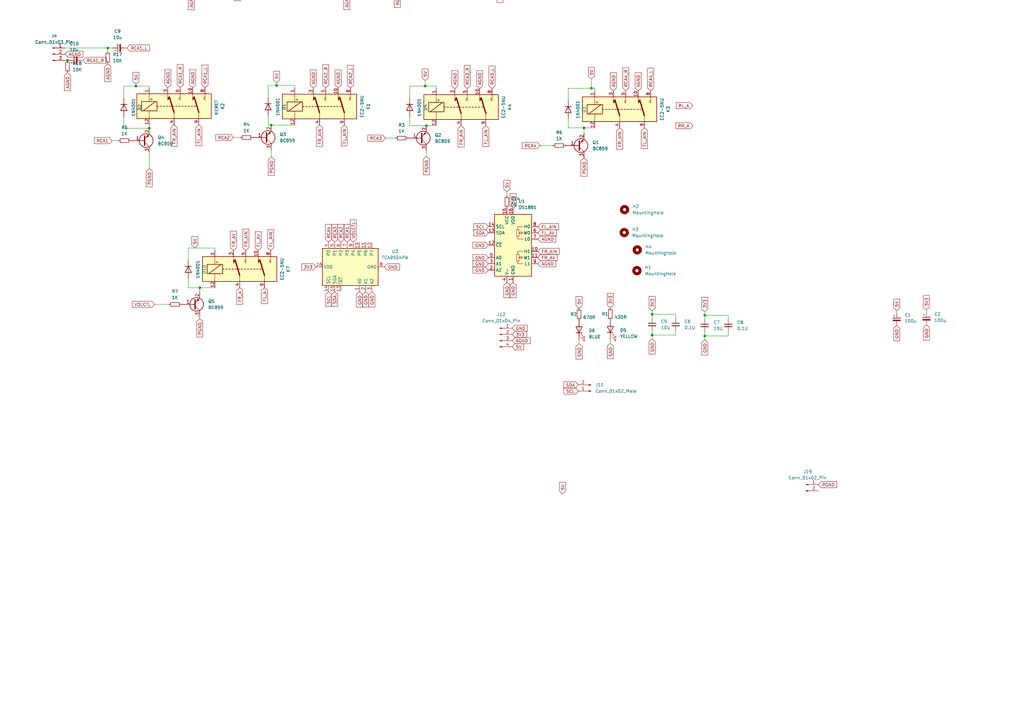
<source format=kicad_sch>
(kicad_sch (version 20230121) (generator eeschema)
  (paper "A3")
  (lib_symbols
    (symbol "Connector:Conn_01x02_Male" (pin_names (offset 1.016) hide)
      (property "Reference" "J" (at 0 2.54 0))
      (property "Value" "Conn_01x02_Male" (at 0 -5.08 0))
      (symbol "Conn_01x02_Male_1_1"
        (polyline (pts (xy 1.27 -2.54) (xy 0.8636 -2.54)) (stroke (width 0.1524)))
        (polyline (pts (xy 1.27 0) (xy 0.8636 0)) (stroke (width 0.1524)))
        (rectangle (start 0.8636 -2.413) (end 0 -2.667) (stroke (width 0.1524)) (fill (type outline)))
        (rectangle (start 0.8636 0.127) (end 0 -0.127) (stroke (width 0.1524)) (fill (type outline)))
        (pin passive line (at 5.08 0 180) (length 3.81) (name "Pin_1") (number "1"))
        (pin passive line (at 5.08 -2.54 180) (length 3.81) (name "Pin_2") (number "2"))
      )
    )
    (symbol "Connector:Conn_01x02_Pin" (pin_names (offset 1.016) hide)
      (property "Reference" "J" (at 0 2.54 0))
      (property "Value" "Conn_01x02_Pin" (at 0 -5.08 0))
      (symbol "Conn_01x02_Pin_1_1"
        (polyline (pts (xy 1.27 -2.54) (xy 0.8636 -2.54)) (stroke (width 0.1524)))
        (polyline (pts (xy 1.27 0) (xy 0.8636 0)) (stroke (width 0.1524)))
        (rectangle (start 0.8636 -2.413) (end 0 -2.667) (stroke (width 0.1524)) (fill (type outline)))
        (rectangle (start 0.8636 0.127) (end 0 -0.127) (stroke (width 0.1524)) (fill (type outline)))
        (pin passive line (at 5.08 0 180) (length 3.81) (name "Pin_1") (number "1"))
        (pin passive line (at 5.08 -2.54 180) (length 3.81) (name "Pin_2") (number "2"))
      )
    )
    (symbol "Connector:Conn_01x03_Pin" (pin_names (offset 1.016) hide)
      (property "Reference" "J" (at 0 5.08 0))
      (property "Value" "Conn_01x03_Pin" (at 0 -5.08 0))
      (symbol "Conn_01x03_Pin_1_1"
        (polyline (pts (xy 1.27 -2.54) (xy 0.8636 -2.54)) (stroke (width 0.1524)))
        (polyline (pts (xy 1.27 0) (xy 0.8636 0)) (stroke (width 0.1524)))
        (polyline (pts (xy 1.27 2.54) (xy 0.8636 2.54)) (stroke (width 0.1524)))
        (rectangle (start 0.8636 -2.413) (end 0 -2.667) (stroke (width 0.1524)) (fill (type outline)))
        (rectangle (start 0.8636 0.127) (end 0 -0.127) (stroke (width 0.1524)) (fill (type outline)))
        (rectangle (start 0.8636 2.667) (end 0 2.413) (stroke (width 0.1524)) (fill (type outline)))
        (pin passive line (at 5.08 2.54 180) (length 3.81) (name "Pin_1") (number "1"))
        (pin passive line (at 5.08 0 180) (length 3.81) (name "Pin_2") (number "2"))
        (pin passive line (at 5.08 -2.54 180) (length 3.81) (name "Pin_3") (number "3"))
      )
    )
    (symbol "Connector:Conn_01x04_Pin" (pin_names (offset 1.016) hide)
      (property "Reference" "J" (at 0 5.08 0))
      (property "Value" "Conn_01x04_Pin" (at 0 -7.62 0))
      (symbol "Conn_01x04_Pin_1_1"
        (polyline (pts (xy 1.27 -5.08) (xy 0.8636 -5.08)) (stroke (width 0.1524)))
        (polyline (pts (xy 1.27 -2.54) (xy 0.8636 -2.54)) (stroke (width 0.1524)))
        (polyline (pts (xy 1.27 0) (xy 0.8636 0)) (stroke (width 0.1524)))
        (polyline (pts (xy 1.27 2.54) (xy 0.8636 2.54)) (stroke (width 0.1524)))
        (rectangle (start 0.8636 -4.953) (end 0 -5.207) (stroke (width 0.1524)) (fill (type outline)))
        (rectangle (start 0.8636 -2.413) (end 0 -2.667) (stroke (width 0.1524)) (fill (type outline)))
        (rectangle (start 0.8636 0.127) (end 0 -0.127) (stroke (width 0.1524)) (fill (type outline)))
        (rectangle (start 0.8636 2.667) (end 0 2.413) (stroke (width 0.1524)) (fill (type outline)))
        (pin passive line (at 5.08 2.54 180) (length 3.81) (name "Pin_1") (number "1"))
        (pin passive line (at 5.08 0 180) (length 3.81) (name "Pin_2") (number "2"))
        (pin passive line (at 5.08 -2.54 180) (length 3.81) (name "Pin_3") (number "3"))
        (pin passive line (at 5.08 -5.08 180) (length 3.81) (name "Pin_4") (number "4"))
      )
    )
    (symbol "Device:C_Polarized_Small" (pin_numbers hide) (pin_names (offset 0.254) hide)
      (property "Reference" "C" (at 0.254 1.778 0))
      (property "Value" "C_Polarized_Small" (at 0.254 -2.032 0))
      (symbol "C_Polarized_Small_0_1"
        (rectangle (start -1.524 -0.3048) (end 1.524 -0.6858) (fill (type outline)))
        (rectangle (start -1.524 0.6858) (end 1.524 0.3048))
        (polyline (pts (xy -1.27 1.524) (xy -0.762 1.524)))
        (polyline (pts (xy -1.016 1.27) (xy -1.016 1.778)))
      )
      (symbol "C_Polarized_Small_1_1"
        (pin passive line (at 0 2.54 270) (length 1.8542) (name "~") (number "1"))
        (pin passive line (at 0 -2.54 90) (length 1.8542) (name "~") (number "2"))
      )
    )
    (symbol "Device:C_Small" (pin_numbers hide) (pin_names (offset 0.254) hide)
      (property "Reference" "C" (at 0.254 1.778 0))
      (property "Value" "C_Small" (at 0.254 -2.032 0))
      (symbol "C_Small_0_1"
        (polyline (pts (xy -1.524 -0.508) (xy 1.524 -0.508)) (stroke (width 0.3302)))
        (polyline (pts (xy -1.524 0.508) (xy 1.524 0.508)) (stroke (width 0.3048)))
      )
      (symbol "C_Small_1_1"
        (pin passive line (at 0 2.54 270) (length 2.032) (name "~") (number "1"))
        (pin passive line (at 0 -2.54 90) (length 2.032) (name "~") (number "2"))
      )
    )
    (symbol "Device:LED" (pin_numbers hide) (pin_names (offset 1.016) hide)
      (property "Reference" "D" (at 0 2.54 0))
      (property "Value" "LED" (at 0 -2.54 0))
      (symbol "LED_0_1"
        (polyline (pts (xy -1.27 -1.27) (xy -1.27 1.27)) (stroke (width 0.254)))
        (polyline (pts (xy -1.27 0) (xy 1.27 0)))
        (polyline (pts (xy 1.27 -1.27) (xy 1.27 1.27) (xy -1.27 0) (xy 1.27 -1.27)) (stroke (width 0.254)))
        (polyline (pts (xy -3.048 -0.762) (xy -4.572 -2.286) (xy -3.81 -2.286) (xy -4.572 -2.286) (xy -4.572 -1.524)))
        (polyline (pts (xy -1.778 -0.762) (xy -3.302 -2.286) (xy -2.54 -2.286) (xy -3.302 -2.286) (xy -3.302 -1.524)))
      )
      (symbol "LED_1_1"
        (pin passive line (at -3.81 0 0) (length 2.54) (name "K") (number "1"))
        (pin passive line (at 3.81 0 180) (length 2.54) (name "A") (number "2"))
      )
    )
    (symbol "Device:R_Small" (pin_numbers hide) (pin_names (offset 0.254) hide)
      (property "Reference" "R" (at 0.762 0.508 0))
      (property "Value" "R_Small" (at 0.762 -1.016 0))
      (symbol "R_Small_0_1"
        (rectangle (start -0.762 1.778) (end 0.762 -1.778) (stroke (width 0.2032)))
      )
      (symbol "R_Small_1_1"
        (pin passive line (at 0 2.54 270) (length 0.762) (name "~") (number "1"))
        (pin passive line (at 0 -2.54 90) (length 0.762) (name "~") (number "2"))
      )
    )
    (symbol "Diode:1N4001" (pin_numbers hide) (pin_names hide)
      (property "Reference" "D" (at 0 2.54 0))
      (property "Value" "1N4001" (at 0 -2.54 0))
      (symbol "1N4001_0_1"
        (polyline (pts (xy -1.27 1.27) (xy -1.27 -1.27)) (stroke (width 0.254)))
        (polyline (pts (xy 1.27 0) (xy -1.27 0)))
        (polyline (pts (xy 1.27 1.27) (xy 1.27 -1.27) (xy -1.27 0) (xy 1.27 1.27)) (stroke (width 0.254)))
      )
      (symbol "1N4001_1_1"
        (pin passive line (at -3.81 0 0) (length 2.54) (name "K") (number "1"))
        (pin passive line (at 3.81 0 180) (length 2.54) (name "A") (number "2"))
      )
    )
    (symbol "Interface_Expansion:TCA9554PW"
      (property "Reference" "U" (at -7.62 11.43 0))
      (property "Value" "TCA9554PW" (at 2.54 11.43 0))
      (symbol "TCA9554PW_0_1"
        (rectangle (start -7.62 -12.7) (end 7.62 10.16) (stroke (width 0.254)) (fill (type background)))
      )
      (symbol "TCA9554PW_1_1"
        (pin input line (at -10.16 -5.08 0) (length 2.54) (name "A0") (number "1"))
        (pin bidirectional line (at 10.16 -5.08 180) (length 2.54) (name "P5") (number "10"))
        (pin bidirectional line (at 10.16 -7.62 180) (length 2.54) (name "P6") (number "11"))
        (pin bidirectional line (at 10.16 -10.16 180) (length 2.54) (name "P7") (number "12"))
        (pin open_collector line (at -10.16 2.54 0) (length 2.54) (name "~{INT}") (number "13"))
        (pin input line (at -10.16 7.62 0) (length 2.54) (name "SCL") (number "14"))
        (pin bidirectional line (at -10.16 5.08 0) (length 2.54) (name "SDA") (number "15"))
        (pin power_in line (at 0 12.7 270) (length 2.54) (name "VDD") (number "16"))
        (pin input line (at -10.16 -7.62 0) (length 2.54) (name "A1") (number "2"))
        (pin input line (at -10.16 -10.16 0) (length 2.54) (name "A2") (number "3"))
        (pin bidirectional line (at 10.16 7.62 180) (length 2.54) (name "P0") (number "4"))
        (pin bidirectional line (at 10.16 5.08 180) (length 2.54) (name "P1") (number "5"))
        (pin bidirectional line (at 10.16 2.54 180) (length 2.54) (name "P2") (number "6"))
        (pin bidirectional line (at 10.16 0 180) (length 2.54) (name "P3") (number "7"))
        (pin power_in line (at 0 -15.24 90) (length 2.54) (name "GND") (number "8"))
        (pin bidirectional line (at 10.16 -2.54 180) (length 2.54) (name "P4") (number "9"))
      )
    )
    (symbol "Mechanical:MountingHole" (pin_names (offset 1.016))
      (property "Reference" "H" (at 0 5.08 0))
      (property "Value" "MountingHole" (at 0 3.175 0))
      (symbol "MountingHole_0_1"
        (circle (center 0 0) (radius 1.27) (stroke (width 1.27)))
      )
    )
    (symbol "Potentiometer_Digital:DS1882E"
      (property "Reference" "U" (at 6.35 13.97 0))
      (property "Value" "DS1882E" (at 5.08 -13.97 0))
      (symbol "DS1882E_0_1"
        (rectangle (start -7.62 12.7) (end 7.62 -12.7) (stroke (width 0.254)) (fill (type background)))
      )
      (symbol "DS1882E_1_1"
        (polyline (pts (xy 1.905 -7.366) (xy 1.905 -6.5278)))
        (polyline (pts (xy 1.905 -2.7686) (xy 1.905 -3.7084)))
        (polyline (pts (xy 1.905 2.794) (xy 1.905 3.6322)))
        (polyline (pts (xy 1.905 7.3914) (xy 1.905 6.4516)))
        (polyline (pts (xy 3.4798 -5.0546) (xy 4.191 -5.0546)))
        (polyline (pts (xy 3.4798 5.1054) (xy 4.191 5.1054)))
        (polyline (pts (xy 1.905 -7.62) (xy 1.905 -7.366) (xy 1.905 -7.366)) (fill (type background)))
        (polyline (pts (xy 1.905 -7.62) (xy 4.191 -7.62) (xy 4.191 -7.62)) (fill (type background)))
        (polyline (pts (xy 1.905 -2.54) (xy 1.905 -2.794) (xy 1.905 -2.794)))
        (polyline (pts (xy 1.905 -2.54) (xy 4.191 -2.54) (xy 4.191 -2.54)) (fill (type background)))
        (polyline (pts (xy 1.905 2.54) (xy 1.905 2.794) (xy 1.905 2.794)) (fill (type background)))
        (polyline (pts (xy 1.905 2.54) (xy 4.191 2.54) (xy 4.191 2.54)) (fill (type background)))
        (polyline (pts (xy 1.905 7.62) (xy 1.905 7.366) (xy 1.905 7.366)))
        (polyline (pts (xy 1.905 7.62) (xy 4.191 7.62) (xy 4.191 7.62)) (fill (type background)))
        (polyline (pts (xy 3.4798 -4.572) (xy 3.4798 -5.588) (xy 2.4638 -5.08) (xy 3.4798 -4.572) (xy 3.4798 -4.572)) (fill (type background)))
        (polyline (pts (xy 3.4798 5.588) (xy 3.4798 4.572) (xy 2.4638 5.08) (xy 3.4798 5.588) (xy 3.4798 5.588)) (fill (type background)))
        (rectangle (start 1.4224 -3.7338) (end 2.4384 -6.5278))
        (rectangle (start 1.4224 6.4262) (end 2.4384 3.6322))
        (pin power_in line (at 0 -15.24 90) (length 2.54) (name "GND") (number "1"))
        (pin passive line (at 10.16 -2.54 180) (length 2.54) (name "H1") (number "10"))
        (pin passive line (at 10.16 -5.08 180) (length 2.54) (name "W1") (number "11"))
        (pin input line (at -10.16 0 0) (length 2.54) (name "~{CE}") (number "12"))
        (pin bidirectional line (at -10.16 5.08 0) (length 2.54) (name "SDA") (number "13"))
        (pin input line (at -10.16 7.62 0) (length 2.54) (name "SCL") (number "14"))
        (pin power_in line (at -2.54 15.24 270) (length 2.54) (name "VCC") (number "15"))
        (pin power_in line (at 0 15.24 270) (length 2.54) (name "VDD") (number "16"))
        (pin input line (at -10.16 -10.16 0) (length 2.54) (name "A2") (number "2"))
        (pin input line (at -10.16 -7.62 0) (length 2.54) (name "A1") (number "3"))
        (pin power_in line (at -2.54 -15.24 90) (length 2.54) (name "V-") (number "4"))
        (pin input line (at -10.16 -5.08 0) (length 2.54) (name "A0") (number "5"))
        (pin passive line (at 10.16 5.08 180) (length 2.54) (name "W0") (number "6"))
        (pin passive line (at 10.16 2.54 180) (length 2.54) (name "L0") (number "7"))
        (pin passive line (at 10.16 7.62 180) (length 2.54) (name "H0") (number "8"))
        (pin passive line (at 10.16 -7.62 180) (length 2.54) (name "L1") (number "9"))
      )
    )
    (symbol "Relay:EC2-5NU"
      (property "Reference" "K" (at 15.24 8.89 0))
      (property "Value" "EC2-5NU" (at 19.05 6.35 0))
      (symbol "EC2-5NU_1_1"
        (rectangle (start -15.24 5.08) (end 15.24 -5.08) (stroke (width 0.254)) (fill (type background)))
        (rectangle (start -13.335 1.905) (end -6.985 -1.905) (stroke (width 0.254)))
        (polyline (pts (xy -12.7 -1.905) (xy -7.62 1.905)) (stroke (width 0.254)))
        (polyline (pts (xy -10.16 -5.08) (xy -10.16 -1.905)))
        (polyline (pts (xy -10.16 5.08) (xy -10.16 1.905)))
        (polyline (pts (xy -6.985 0) (xy -6.35 0)) (stroke (width 0.254)))
        (polyline (pts (xy -5.715 0) (xy -5.08 0)) (stroke (width 0.254)))
        (polyline (pts (xy -4.445 0) (xy -3.81 0)) (stroke (width 0.254)))
        (polyline (pts (xy -3.175 0) (xy -2.54 0)) (stroke (width 0.254)))
        (polyline (pts (xy -1.905 0) (xy -1.27 0)) (stroke (width 0.254)))
        (polyline (pts (xy -0.635 0) (xy 0 0)) (stroke (width 0.254)))
        (polyline (pts (xy 0 -2.54) (xy -1.905 3.81)) (stroke (width 0.508)))
        (polyline (pts (xy 0 -2.54) (xy 0 -5.08)))
        (polyline (pts (xy 0.635 0) (xy 1.27 0)) (stroke (width 0.254)))
        (polyline (pts (xy 1.905 0) (xy 2.54 0)) (stroke (width 0.254)))
        (polyline (pts (xy 3.175 0) (xy 3.81 0)) (stroke (width 0.254)))
        (polyline (pts (xy 4.445 0) (xy 5.08 0)) (stroke (width 0.254)))
        (polyline (pts (xy 5.715 0) (xy 6.35 0)) (stroke (width 0.254)))
        (polyline (pts (xy 6.985 0) (xy 7.62 0)) (stroke (width 0.254)))
        (polyline (pts (xy 8.255 0) (xy 8.89 0)) (stroke (width 0.254)))
        (polyline (pts (xy 10.16 -2.54) (xy 8.255 3.81)) (stroke (width 0.508)))
        (polyline (pts (xy 10.16 -2.54) (xy 10.16 -5.08)))
        (polyline (pts (xy -2.54 5.08) (xy -2.54 2.54) (xy -1.905 3.175) (xy -2.54 3.81)) (fill (type outline)))
        (polyline (pts (xy 2.54 5.08) (xy 2.54 2.54) (xy 1.905 3.175) (xy 2.54 3.81)))
        (polyline (pts (xy 7.62 5.08) (xy 7.62 2.54) (xy 8.255 3.175) (xy 7.62 3.81)) (fill (type outline)))
        (polyline (pts (xy 12.7 5.08) (xy 12.7 2.54) (xy 12.065 3.175) (xy 12.7 3.81)))
        (text "+" (at -9.271 2.921 0) (effects (font (size 1.27 1.27))))
        (pin passive line (at -10.16 7.62 270) (length 2.54) (name "~") (number "1"))
        (pin passive line (at 7.62 7.62 270) (length 2.54) (name "~") (number "10"))
        (pin passive line (at -10.16 -7.62 90) (length 2.54) (name "~") (number "12"))
        (pin passive line (at -2.54 7.62 270) (length 2.54) (name "~") (number "3"))
        (pin passive line (at 0 -7.62 90) (length 2.54) (name "~") (number "4"))
        (pin passive line (at 2.54 7.62 270) (length 2.54) (name "~") (number "5"))
        (pin passive line (at 12.7 7.62 270) (length 2.54) (name "~") (number "8"))
        (pin passive line (at 10.16 -7.62 90) (length 2.54) (name "~") (number "9"))
      )
    )
    (symbol "Transistor_BJT:BC859" (pin_names (offset 0) hide)
      (property "Reference" "Q" (at 5.08 1.905 0))
      (property "Value" "BC859" (at 5.08 0 0))
      (symbol "BC859_0_1"
        (polyline (pts (xy 0.635 0.635) (xy 2.54 2.54)))
        (polyline (pts (xy 0.635 -0.635) (xy 2.54 -2.54) (xy 2.54 -2.54)))
        (polyline (pts (xy 0.635 1.905) (xy 0.635 -1.905) (xy 0.635 -1.905)) (stroke (width 0.508)))
        (polyline (pts (xy 2.286 -1.778) (xy 1.778 -2.286) (xy 1.27 -1.27) (xy 2.286 -1.778) (xy 2.286 -1.778)) (fill (type outline)))
        (circle (center 1.27 0) (radius 2.8194) (stroke (width 0.254)))
      )
      (symbol "BC859_1_1"
        (pin input line (at -5.08 0 0) (length 5.715) (name "B") (number "1"))
        (pin passive line (at 2.54 -5.08 90) (length 2.54) (name "E") (number "2"))
        (pin passive line (at 2.54 5.08 270) (length 2.54) (name "C") (number "3"))
      )
    )
  )
  (junction (at 267.462 128.905))
  (junction (at 142.24 -8.509))
  (junction (at 111.252 51.308))
  (junction (at 174.879 51.562))
  (junction (at 224.917 -16.51))
  (junction (at 267.462 137.414))
  (junction (at 55.753 35.306))
  (junction (at 289.052 129.286))
  (junction (at 113.411 35.052))
  (junction (at 289.052 137.795))
  (junction (at 205.105 -11.43))
  (junction (at 61.214 52.578))
  (junction (at 27.686 24.765))
  (junction (at 81.915 117.983))
  (junction (at 78.486 -8.509))
  (junction (at 242.57 36.195))
  (junction (at 97.409 -13.589))
  (junction (at 239.522 52.451))
  (junction (at 162.941 -13.462))
  (junction (at 174.371 35.306))
  (junction (at 44.196 19.685))
  (wire (pts (xy 206.629 -11.43) (xy 205.105 -11.43)))
  (wire (pts (xy 113.411 33.909) (xy 113.411 35.052)))
  (wire (pts (xy 63.373 124.841) (xy 69.215 124.841)))
  (wire (pts (xy 174.879 61.722) (xy 174.879 64.135)))
  (wire (pts (xy 289.052 137.795) (xy 298.704 137.795)))
  (wire (pts (xy 50.8 47.879) (xy 50.8 52.578)))
  (wire (pts (xy 27.686 24.765) (xy 26.67 24.765)))
  (wire (pts (xy 61.214 51.181) (xy 61.214 52.578)))
  (wire (pts (xy 158.115 56.642) (xy 162.179 56.642)))
  (wire (pts (xy 367.792 127.381) (xy 367.792 128.397)))
  (wire (pts (xy 267.462 138.938) (xy 267.462 137.414)))
  (wire (pts (xy 379.984 127.127) (xy 379.984 128.143)))
  (wire (pts (xy 50.8 35.306) (xy 55.753 35.306)))
  (wire (pts (xy 111.252 51.308) (xy 109.982 51.308)))
  (wire (pts (xy 144.78 -8.509) (xy 142.24 -8.509)))
  (wire (pts (xy 168.021 35.306) (xy 174.371 35.306)))
  (wire (pts (xy 162.941 -4.318) (xy 162.941 -8.382)))
  (wire (pts (xy 34.036 24.765) (xy 33.528 24.765)))
  (wire (pts (xy 170.561 -13.462) (xy 172.593 -13.462)))
  (wire (pts (xy 77.089 -13.589) (xy 97.409 -13.589)))
  (wire (pts (xy 88.138 101.727) (xy 88.138 102.743)))
  (wire (pts (xy 61.214 35.306) (xy 61.214 35.941)))
  (wire (pts (xy 277.114 128.905) (xy 267.462 128.905)))
  (wire (pts (xy 77.216 101.727) (xy 88.138 101.727)))
  (wire (pts (xy 45.974 57.658) (xy 48.514 57.658)))
  (wire (pts (xy 207.899 80.264) (xy 207.899 78.613)))
  (wire (pts (xy 99.441 -13.589) (xy 97.409 -13.589)))
  (wire (pts (xy 237.49 140.97) (xy 237.49 139.065)))
  (wire (pts (xy 233.934 -16.51) (xy 231.902 -16.51)))
  (wire (pts (xy 243.967 36.195) (xy 243.967 37.211)))
  (wire (pts (xy 226.822 -16.51) (xy 224.917 -16.51)))
  (wire (pts (xy 109.982 35.052) (xy 113.411 35.052)))
  (wire (pts (xy 267.462 128.905) (xy 267.462 130.556)))
  (wire (pts (xy 239.522 52.451) (xy 233.045 52.451)))
  (wire (pts (xy 111.252 61.468) (xy 111.252 64.389)))
  (wire (pts (xy 138.303 -13.462) (xy 162.941 -13.462)))
  (wire (pts (xy 109.982 51.308) (xy 109.982 47.625)))
  (wire (pts (xy 81.915 117.983) (xy 77.216 117.983)))
  (wire (pts (xy 61.214 52.578) (xy 50.8 52.578)))
  (wire (pts (xy 174.371 33.02) (xy 174.371 35.306)))
  (wire (pts (xy 78.486 -8.509) (xy 77.089 -8.509)))
  (wire (pts (xy 120.904 35.052) (xy 120.904 36.068)))
  (wire (pts (xy 233.045 36.195) (xy 242.57 36.195)))
  (wire (pts (xy 77.216 114.3) (xy 77.216 117.983)))
  (wire (pts (xy 95.758 56.388) (xy 98.552 56.388)))
  (wire (pts (xy 120.904 51.308) (xy 111.252 51.308)))
  (wire (pts (xy 109.982 40.005) (xy 109.982 35.052)))
  (wire (pts (xy 178.943 51.562) (xy 174.879 51.562)))
  (wire (pts (xy 142.24 -8.509) (xy 138.303 -8.509)))
  (wire (pts (xy 212.725 -11.43) (xy 211.709 -11.43)))
  (wire (pts (xy 50.8 40.259) (xy 50.8 35.306)))
  (wire (pts (xy 113.411 35.052) (xy 120.904 35.052)))
  (wire (pts (xy 267.462 127.508) (xy 267.462 128.905)))
  (wire (pts (xy 174.879 51.562) (xy 168.021 51.562)))
  (wire (pts (xy 242.57 32.385) (xy 242.57 36.195)))
  (wire (pts (xy 289.052 137.795) (xy 289.052 136.017)))
  (wire (pts (xy 46.228 19.685) (xy 44.196 19.685)))
  (wire (pts (xy 267.462 137.414) (xy 277.114 137.414)))
  (wire (pts (xy 221.488 59.69) (xy 226.822 59.69)))
  (wire (pts (xy 165.481 -13.462) (xy 162.941 -13.462)))
  (wire (pts (xy 242.57 36.195) (xy 243.967 36.195)))
  (wire (pts (xy 105.918 -13.589) (xy 104.521 -13.589)))
  (wire (pts (xy 97.409 -13.589) (xy 97.409 -12.192)))
  (wire (pts (xy 298.704 129.286) (xy 289.052 129.286)))
  (wire (pts (xy 26.67 19.685) (xy 44.196 19.685)))
  (wire (pts (xy 77.216 106.68) (xy 77.216 101.727)))
  (wire (pts (xy 61.214 62.738) (xy 61.214 69.088)))
  (wire (pts (xy 224.917 -10.287) (xy 224.917 -11.176)))
  (wire (pts (xy 81.915 130.683) (xy 81.915 129.921)))
  (wire (pts (xy 168.021 47.879) (xy 168.021 51.562)))
  (wire (pts (xy 52.07 19.685) (xy 51.308 19.685)))
  (wire (pts (xy 289.052 127.889) (xy 289.052 129.286)))
  (wire (pts (xy 224.917 -16.51) (xy 203.835 -16.51)))
  (wire (pts (xy 243.967 52.451) (xy 239.522 52.451)))
  (wire (pts (xy 44.196 21.082) (xy 44.196 19.685)))
  (wire (pts (xy 174.371 35.306) (xy 178.943 35.306)))
  (wire (pts (xy 277.114 137.414) (xy 277.114 135.636)))
  (wire (pts (xy 267.462 137.414) (xy 267.462 135.636)))
  (wire (pts (xy 233.045 52.451) (xy 233.045 48.768)))
  (wire (pts (xy 289.052 139.319) (xy 289.052 137.795)))
  (wire (pts (xy 81.915 119.761) (xy 81.915 117.983)))
  (wire (pts (xy 28.448 24.765) (xy 27.686 24.765)))
  (wire (pts (xy 86.868 -8.509) (xy 86.106 -8.509)))
  (wire (pts (xy 88.138 117.983) (xy 81.915 117.983)))
  (wire (pts (xy 298.704 130.937) (xy 298.704 129.286)))
  (wire (pts (xy 81.026 -8.509) (xy 78.486 -8.509)))
  (wire (pts (xy 250.317 140.843) (xy 250.317 138.938)))
  (wire (pts (xy 233.045 41.148) (xy 233.045 36.195)))
  (wire (pts (xy 205.105 -11.43) (xy 203.835 -11.43)))
  (wire (pts (xy 55.753 35.306) (xy 61.214 35.306)))
  (wire (pts (xy 239.522 54.61) (xy 239.522 52.451)))
  (wire (pts (xy 55.753 34.417) (xy 55.753 35.306)))
  (wire (pts (xy 138.303 -8.509) (xy 138.303 -8.382)))
  (wire (pts (xy 289.052 129.286) (xy 289.052 130.937)))
  (wire (pts (xy 298.704 137.795) (xy 298.704 136.017)))
  (wire (pts (xy 168.021 40.259) (xy 168.021 35.306)))
  (wire (pts (xy 224.917 -16.256) (xy 224.917 -16.51)))
  (wire (pts (xy 178.943 35.306) (xy 178.943 36.322)))
  (wire (pts (xy 277.114 130.556) (xy 277.114 128.905)))
  (global_label "RCA1" (shape input) (at 45.974 57.658 180) (property "Intersheetrefs" "${INTERSHEET_REFS}" (effects hide)))
  (global_label "3V3" (shape input) (at 379.984 127.127 90) (property "Intersheetrefs" "${INTERSHEET_REFS}" (effects hide)))
  (global_label "RCA3" (shape input) (at 158.115 56.642 180) (property "Intersheetrefs" "${INTERSHEET_REFS}" (effects hide)))
  (global_label "GND" (shape input) (at 200.279 110.744 180) (property "Intersheetrefs" "${INTERSHEET_REFS}" (effects hide)))
  (global_label "AGND" (shape input) (at 27.686 29.845 270) (property "Intersheetrefs" "${INTERSHEET_REFS}" (effects hide)))
  (global_label "RCA4_L" (shape input) (at 266.827 37.211 90) (property "Intersheetrefs" "${INTERSHEET_REFS}" (effects hide)))
  (global_label "FL_A" (shape input) (at 108.458 117.983 270) (property "Intersheetrefs" "${INTERSHEET_REFS}" (effects hide)))
  (global_label "5V" (shape input) (at 55.753 34.417 90) (property "Intersheetrefs" "${INTERSHEET_REFS}" (effects hide)))
  (global_label "GND" (shape input) (at 367.792 133.477 270) (property "Intersheetrefs" "${INTERSHEET_REFS}" (effects hide)))
  (global_label "GND" (shape input) (at 250.317 140.843 270) (property "Intersheetrefs" "${INTERSHEET_REFS}" (effects hide)))
  (global_label "PGND" (shape input) (at 239.522 64.77 270) (property "Intersheetrefs" "${INTERSHEET_REFS}" (effects hide)))
  (global_label "5V" (shape input) (at 210.058 142.24 0) (property "Intersheetrefs" "${INTERSHEET_REFS}" (effects hide)))
  (global_label "5V" (shape input) (at 207.899 78.613 90) (property "Intersheetrefs" "${INTERSHEET_REFS}" (effects hide)))
  (global_label "RCA2_L" (shape input) (at 143.764 36.068 90) (property "Intersheetrefs" "${INTERSHEET_REFS}" (effects hide)))
  (global_label "RCA4_R" (shape input) (at 256.667 37.211 90) (property "Intersheetrefs" "${INTERSHEET_REFS}" (effects hide)))
  (global_label "GND" (shape input) (at 379.984 133.223 270) (property "Intersheetrefs" "${INTERSHEET_REFS}" (effects hide)))
  (global_label "5V" (shape input) (at 79.883 101.727 90) (property "Intersheetrefs" "${INTERSHEET_REFS}" (effects hide)))
  (global_label "FR_AV" (shape input) (at 95.758 102.743 90) (property "Intersheetrefs" "${INTERSHEET_REFS}" (effects hide)))
  (global_label "AGND" (shape input) (at 68.834 35.941 90) (property "Intersheetrefs" "${INTERSHEET_REFS}" (effects hide)))
  (global_label "FL_AIN" (shape input) (at 141.224 51.308 270) (property "Intersheetrefs" "${INTERSHEET_REFS}" (effects hide)))
  (global_label "RCA2_L" (shape input) (at 105.918 -13.589 0) (property "Intersheetrefs" "${INTERSHEET_REFS}" (effects hide)))
  (global_label "3V3" (shape input) (at 210.439 85.344 90) (property "Intersheetrefs" "${INTERSHEET_REFS}" (effects hide)))
  (global_label "3V3" (shape input) (at 250.317 126.238 90) (property "Intersheetrefs" "${INTERSHEET_REFS}" (effects hide)))
  (global_label "RCA3_R" (shape input) (at 149.86 -8.509 0) (property "Intersheetrefs" "${INTERSHEET_REFS}" (effects hide)))
  (global_label "RL_A" (shape input) (at 284.1459 43.3323 180) (property "Intersheetrefs" "${INTERSHEET_REFS}" (effects hide)))
  (global_label "GND" (shape input) (at 210.058 134.62 0) (property "Intersheetrefs" "${INTERSHEET_REFS}" (effects hide)))
  (global_label "RCA3_L" (shape input) (at 172.593 -13.462 0) (property "Intersheetrefs" "${INTERSHEET_REFS}" (effects hide)))
  (global_label "3V3" (shape input) (at 129.667 109.474 180) (property "Intersheetrefs" "${INTERSHEET_REFS}" (effects hide)))
  (global_label "VOLCTL" (shape input) (at 63.373 124.841 180) (property "Intersheetrefs" "${INTERSHEET_REFS}" (effects hide)))
  (global_label "PGND" (shape input) (at 335.661 198.755 0) (property "Intersheetrefs" "${INTERSHEET_REFS}" (effects hide)))
  (global_label "SCL" (shape input) (at 200.279 92.964 180) (property "Intersheetrefs" "${INTERSHEET_REFS}" (effects hide)))
  (global_label "FR_AIN" (shape input) (at 220.599 103.124 0) (property "Intersheetrefs" "${INTERSHEET_REFS}" (effects hide)))
  (global_label "AGND" (shape input) (at 78.486 -3.429 270) (property "Intersheetrefs" "${INTERSHEET_REFS}" (effects hide)))
  (global_label "RCA1" (shape input) (at 142.367 99.314 90) (property "Intersheetrefs" "${INTERSHEET_REFS}" (effects hide)))
  (global_label "5V" (shape input) (at 113.411 33.909 90) (property "Intersheetrefs" "${INTERSHEET_REFS}" (effects hide)))
  (global_label "AGND" (shape input) (at 44.196 26.162 270) (property "Intersheetrefs" "${INTERSHEET_REFS}" (effects hide)))
  (global_label "RCA1_R" (shape input) (at 73.914 35.941 90) (property "Intersheetrefs" "${INTERSHEET_REFS}" (effects hide)))
  (global_label "5V" (shape input) (at 367.792 127.381 90) (property "Intersheetrefs" "${INTERSHEET_REFS}" (effects hide)))
  (global_label "RCA2_R" (shape input) (at 133.604 36.068 90) (property "Intersheetrefs" "${INTERSHEET_REFS}" (effects hide)))
  (global_label "SCL" (shape input) (at 237.236 160.401 180) (property "Intersheetrefs" "${INTERSHEET_REFS}" (effects hide)))
  (global_label "FL_AIN" (shape input) (at 220.599 92.964 0) (property "Intersheetrefs" "${INTERSHEET_REFS}" (effects hide)))
  (global_label "RCA4_R" (shape input) (at 212.725 -11.43 0) (property "Intersheetrefs" "${INTERSHEET_REFS}" (effects hide)))
  (global_label "AGND" (shape input) (at 142.24 -3.429 270) (property "Intersheetrefs" "${INTERSHEET_REFS}" (effects hide)))
  (global_label "RCA3_R" (shape input) (at 191.643 36.322 90) (property "Intersheetrefs" "${INTERSHEET_REFS}" (effects hide)))
  (global_label "AGND" (shape input) (at 26.67 22.225 0) (property "Intersheetrefs" "${INTERSHEET_REFS}" (effects hide)))
  (global_label "SDA" (shape input) (at 137.287 119.634 270) (property "Intersheetrefs" "${INTERSHEET_REFS}" (effects hide)))
  (global_label "GND" (shape input) (at 152.527 119.634 270) (property "Intersheetrefs" "${INTERSHEET_REFS}" (effects hide)))
  (global_label "FR_AV" (shape input) (at 220.599 105.664 0) (property "Intersheetrefs" "${INTERSHEET_REFS}" (effects hide)))
  (global_label "RCA4_L" (shape input) (at 233.934 -16.51 0) (property "Intersheetrefs" "${INTERSHEET_REFS}" (effects hide)))
  (global_label "RCA1_R" (shape input) (at 34.036 24.765 0) (property "Intersheetrefs" "${INTERSHEET_REFS}" (effects hide)))
  (global_label "FL_AIN" (shape input) (at 199.263 51.562 270) (property "Intersheetrefs" "${INTERSHEET_REFS}" (effects hide)))
  (global_label "GND" (shape input) (at 149.987 119.634 270) (property "Intersheetrefs" "${INTERSHEET_REFS}" (effects hide)))
  (global_label "5V" (shape input) (at 174.371 33.02 90) (property "Intersheetrefs" "${INTERSHEET_REFS}" (effects hide)))
  (global_label "3V3" (shape input) (at 267.462 127.508 90) (property "Intersheetrefs" "${INTERSHEET_REFS}" (effects hide)))
  (global_label "FL_AIN" (shape input) (at 110.998 102.743 90) (property "Intersheetrefs" "${INTERSHEET_REFS}" (effects hide)))
  (global_label "SCL" (shape input) (at 134.747 119.634 270) (property "Intersheetrefs" "${INTERSHEET_REFS}" (effects hide)))
  (global_label "AGND" (shape input) (at 251.587 37.211 90) (property "Intersheetrefs" "${INTERSHEET_REFS}" (effects hide)))
  (global_label "FL_AV" (shape input) (at 105.918 102.743 90) (property "Intersheetrefs" "${INTERSHEET_REFS}" (effects hide)))
  (global_label "AGND" (shape input) (at 203.835 -13.97 0) (property "Intersheetrefs" "${INTERSHEET_REFS}" (effects hide)))
  (global_label "RCA2" (shape input) (at 139.827 99.314 90) (property "Intersheetrefs" "${INTERSHEET_REFS}" (effects hide)))
  (global_label "AGND" (shape input) (at 224.917 -10.287 270) (property "Intersheetrefs" "${INTERSHEET_REFS}" (effects hide)))
  (global_label "PGND" (shape input) (at 174.879 64.135 270) (property "Intersheetrefs" "${INTERSHEET_REFS}" (effects hide)))
  (global_label "GND" (shape input) (at 147.447 119.634 270) (property "Intersheetrefs" "${INTERSHEET_REFS}" (effects hide)))
  (global_label "RCA1_L" (shape input) (at 52.07 19.685 0) (property "Intersheetrefs" "${INTERSHEET_REFS}" (effects hide)))
  (global_label "FL_AIN" (shape input) (at 81.534 51.181 270) (property "Intersheetrefs" "${INTERSHEET_REFS}" (effects hide)))
  (global_label "GND" (shape input) (at 157.607 109.474 0) (property "Intersheetrefs" "${INTERSHEET_REFS}" (effects hide)))
  (global_label "RCA1_L" (shape input) (at 84.074 35.941 90) (property "Intersheetrefs" "${INTERSHEET_REFS}" (effects hide)))
  (global_label "AGND" (shape input) (at 77.089 -11.049 0) (property "Intersheetrefs" "${INTERSHEET_REFS}" (effects hide)))
  (global_label "SDA" (shape input) (at 237.236 157.861 180) (property "Intersheetrefs" "${INTERSHEET_REFS}" (effects hide)))
  (global_label "AGND" (shape input) (at 186.563 36.322 90) (property "Intersheetrefs" "${INTERSHEET_REFS}" (effects hide)))
  (global_label "AGND" (shape input) (at 261.747 37.211 90) (property "Intersheetrefs" "${INTERSHEET_REFS}" (effects hide)))
  (global_label "AGND" (shape input) (at 220.599 108.204 0) (property "Intersheetrefs" "${INTERSHEET_REFS}" (effects hide)))
  (global_label "5V" (shape input) (at 237.49 126.365 90) (property "Intersheetrefs" "${INTERSHEET_REFS}" (effects hide)))
  (global_label "5V" (shape input) (at 230.759 202.565 90) (property "Intersheetrefs" "${INTERSHEET_REFS}" (effects hide)))
  (global_label "AGND" (shape input) (at 205.105 -6.35 270) (property "Intersheetrefs" "${INTERSHEET_REFS}" (effects hide)))
  (global_label "PGND" (shape input) (at 81.915 130.683 270) (property "Intersheetrefs" "${INTERSHEET_REFS}" (effects hide)))
  (global_label "AGND" (shape input) (at 138.684 36.068 90) (property "Intersheetrefs" "${INTERSHEET_REFS}" (effects hide)))
  (global_label "GND" (shape input) (at 267.462 138.938 270) (property "Intersheetrefs" "${INTERSHEET_REFS}" (effects hide)))
  (global_label "RCA3_L" (shape input) (at 201.803 36.322 90) (property "Intersheetrefs" "${INTERSHEET_REFS}" (effects hide)))
  (global_label "GND" (shape input) (at 200.279 105.664 180) (property "Intersheetrefs" "${INTERSHEET_REFS}" (effects hide)))
  (global_label "GND" (shape input) (at 210.439 115.824 270) (property "Intersheetrefs" "${INTERSHEET_REFS}" (effects hide)))
  (global_label "FR_AIN" (shape input) (at 71.374 51.181 270) (property "Intersheetrefs" "${INTERSHEET_REFS}" (effects hide)))
  (global_label "AGND" (shape input) (at 97.409 -7.112 270) (property "Intersheetrefs" "${INTERSHEET_REFS}" (effects hide)))
  (global_label "AGND" (shape input) (at 196.723 36.322 90) (property "Intersheetrefs" "${INTERSHEET_REFS}" (effects hide)))
  (global_label "FR_AIN" (shape input) (at 254.127 52.451 270) (property "Intersheetrefs" "${INTERSHEET_REFS}" (effects hide)))
  (global_label "PGND" (shape input) (at 61.214 69.088 270) (property "Intersheetrefs" "${INTERSHEET_REFS}" (effects hide)))
  (global_label "VOLCTL" (shape input) (at 144.907 99.314 90) (property "Intersheetrefs" "${INTERSHEET_REFS}" (effects hide)))
  (global_label "GND" (shape input) (at 289.052 139.319 270) (property "Intersheetrefs" "${INTERSHEET_REFS}" (effects hide)))
  (global_label "FR_AIN" (shape input) (at 189.103 51.562 270) (property "Intersheetrefs" "${INTERSHEET_REFS}" (effects hide)))
  (global_label "RCA2_R" (shape input) (at 86.868 -8.509 0) (property "Intersheetrefs" "${INTERSHEET_REFS}" (effects hide)))
  (global_label "FR_AIN" (shape input) (at 131.064 51.308 270) (property "Intersheetrefs" "${INTERSHEET_REFS}" (effects hide)))
  (global_label "PGND" (shape input) (at 111.252 64.389 270) (property "Intersheetrefs" "${INTERSHEET_REFS}" (effects hide)))
  (global_label "FR_A" (shape input) (at 98.298 117.983 270) (property "Intersheetrefs" "${INTERSHEET_REFS}" (effects hide)))
  (global_label "AGND" (shape input) (at 162.941 -4.318 270) (property "Intersheetrefs" "${INTERSHEET_REFS}" (effects hide)))
  (global_label "AGND" (shape input) (at 128.524 36.068 90) (property "Intersheetrefs" "${INTERSHEET_REFS}" (effects hide)))
  (global_label "FL_AIN" (shape input) (at 264.287 52.451 270) (property "Intersheetrefs" "${INTERSHEET_REFS}" (effects hide)))
  (global_label "GND" (shape input) (at 237.49 140.97 270) (property "Intersheetrefs" "${INTERSHEET_REFS}" (effects hide)))
  (global_label "RR_A" (shape input) (at 284.226 51.562 180) (property "Intersheetrefs" "${INTERSHEET_REFS}" (effects hide)))
  (global_label "3V3" (shape input) (at 289.052 127.889 90) (property "Intersheetrefs" "${INTERSHEET_REFS}" (effects hide)))
  (global_label "RCA4" (shape input) (at 221.488 59.69 180) (property "Intersheetrefs" "${INTERSHEET_REFS}" (effects hide)))
  (global_label "RCA4" (shape input) (at 134.747 99.314 90) (property "Intersheetrefs" "${INTERSHEET_REFS}" (effects hide)))
  (global_label "FL_AV" (shape input) (at 220.599 95.504 0) (property "Intersheetrefs" "${INTERSHEET_REFS}" (effects hide)))
  (global_label "FR_AIN" (shape input) (at 100.838 102.743 90) (property "Intersheetrefs" "${INTERSHEET_REFS}" (effects hide)))
  (global_label "AGND" (shape input) (at 210.058 139.7 0) (property "Intersheetrefs" "${INTERSHEET_REFS}" (effects hide)))
  (global_label "AGND" (shape input) (at 138.303 -10.922 0) (property "Intersheetrefs" "${INTERSHEET_REFS}" (effects hide)))
  (global_label "RCA2" (shape input) (at 95.758 56.388 180) (property "Intersheetrefs" "${INTERSHEET_REFS}" (effects hide)))
  (global_label "GND" (shape input) (at 200.279 108.204 180) (property "Intersheetrefs" "${INTERSHEET_REFS}" (effects hide)))
  (global_label "3V3" (shape input) (at 210.058 137.16 0) (property "Intersheetrefs" "${INTERSHEET_REFS}" (effects hide)))
  (global_label "GND" (shape input) (at 207.899 115.824 270) (property "Intersheetrefs" "${INTERSHEET_REFS}" (effects hide)))
  (global_label "RCA3" (shape input) (at 137.287 99.314 90) (property "Intersheetrefs" "${INTERSHEET_REFS}" (effects hide)))
  (global_label "5V" (shape input) (at 242.57 32.385 90) (property "Intersheetrefs" "${INTERSHEET_REFS}" (effects hide)))
  (global_label "SDA" (shape input) (at 200.279 95.504 180) (property "Intersheetrefs" "${INTERSHEET_REFS}" (effects hide)))
  (global_label "AGND" (shape input) (at 78.994 35.941 90) (property "Intersheetrefs" "${INTERSHEET_REFS}" (effects hide)))
  (global_label "AGND" (shape input) (at 220.599 98.044 0) (property "Intersheetrefs" "${INTERSHEET_REFS}" (effects hide)))
  (global_label "GND" (shape input) (at 200.279 100.584 180) (property "Intersheetrefs" "${INTERSHEET_REFS}" (effects hide)))
  (symbol (lib_id "Device:C_Polarized_Small") (at 168.021 -13.462 90) (unit 1)
    (property "Reference" "C14" (at 167.4749 -20.32 90))
    (property "Value" "10u" (at 167.4749 -17.78 90))
    (property "Footprint" "Capacitor_THT:CP_Radial_D5.0mm_P2.00mm" (effects hide))
  )
  (symbol (lib_id "Connector:Conn_01x02_Male") (at 242.316 160.401 180) (unit 1)
    (property "Reference" "J11" (at 244.094 157.8609 0) (effects (justify right)))
    (property "Value" "Conn_01x02_Male" (at 244.094 160.4009 0) (effects (justify right)))
    (property "Footprint" "Connector_JST:JST_PH_B2B-PH-K_1x02_P2.00mm_Vertical" (effects hide))
  )
  (symbol (lib_id "Relay:EC2-5NU") (at 189.103 43.942 0) (unit 1)
    (property "Reference" "K4" (at 209.042 43.942 90))
    (property "Value" "EC2-5NU" (at 206.502 43.942 90))
    (property "Footprint" "Components:KEMET EA2" (effects hide))
    (property "Datasheet" "https://content.kemet.com/datasheets/KEM_R7002_EC2_EE2.pdf" (effects hide))
  )
  (symbol (lib_id "Device:R_Small") (at 142.24 -5.969 180) (unit 1)
    (property "Reference" "R21" (at 144.272 -7.239 0) (effects (justify right)))
    (property "Value" "10K" (at 144.272 -4.699 0) (effects (justify right)))
    (property "Footprint" "Resistor_SMD:R_0603_1608Metric_Pad0.98x0.95mm_HandSolder" (effects hide))
  )
  (symbol (lib_id "Transistor_BJT:BC859") (at 58.674 57.658 0) (mirror x) (unit 1)
    (property "Reference" "Q4" (at 64.643 56.388 0) (effects (justify left)))
    (property "Value" "BC859" (at 64.643 58.928 0) (effects (justify left)))
    (property "Footprint" "Package_TO_SOT_SMD:SOT-23" (effects hide))
    (property "Datasheet" "http://www.infineon.com/dgdl/Infineon-BC857SERIES_BC858SERIES_BC859SERIES_BC860SERIES-DS-v01_01-en.pdf?fileId=db3a304314dca389011541da0e3a1661" (effects hide))
  )
  (symbol (lib_id "Connector:Conn_01x03_Pin") (at 21.59 22.225 0) (unit 1)
    (property "Reference" "J4" (at 22.225 14.732 0))
    (property "Value" "Conn_01x03_Pin" (at 22.225 17.272 0))
    (property "Footprint" "Connector_JST:JST_PH_B3B-PH-K_1x03_P2.00mm_Vertical" (effects hide))
  )
  (symbol (lib_id "Device:C_Polarized_Small") (at 147.32 -8.509 90) (unit 1)
    (property "Reference" "C13" (at 146.7739 -15.367 90))
    (property "Value" "10u" (at 146.7739 -12.827 90))
    (property "Footprint" "Capacitor_THT:CP_Radial_D5.0mm_P2.00mm" (effects hide))
  )
  (symbol (lib_id "Transistor_BJT:BC859") (at 236.982 59.69 0) (mirror x) (unit 1)
    (property "Reference" "Q1" (at 242.951 58.42 0) (effects (justify left)))
    (property "Value" "BC859" (at 242.951 60.96 0) (effects (justify left)))
    (property "Footprint" "Package_TO_SOT_SMD:SOT-23" (effects hide))
    (property "Datasheet" "http://www.infineon.com/dgdl/Infineon-BC857SERIES_BC858SERIES_BC859SERIES_BC860SERIES-DS-v01_01-en.pdf?fileId=db3a304314dca389011541da0e3a1661" (effects hide))
  )
  (symbol (lib_id "Relay:EC2-5NU") (at 254.127 44.831 0) (unit 1)
    (property "Reference" "K3" (at 274.066 44.831 90))
    (property "Value" "EC2-5NU" (at 271.526 44.831 90))
    (property "Footprint" "Components:KEMET EA2" (effects hide))
    (property "Datasheet" "https://content.kemet.com/datasheets/KEM_R7002_EC2_EE2.pdf" (effects hide))
  )
  (symbol (lib_id "Device:LED") (at 237.49 135.255 90) (unit 1)
    (property "Reference" "D6" (at 241.427 135.5724 90) (effects (justify right)))
    (property "Value" "BLUE" (at 241.427 138.1124 90) (effects (justify right)))
    (property "Footprint" "LED_SMD:LED_0805_2012Metric_Pad1.15x1.40mm_HandSolder" (effects hide))
  )
  (symbol (lib_id "Diode:1N4001") (at 109.982 43.815 270) (unit 1)
    (property "Reference" "D1" (at 116.459 43.815 0))
    (property "Value" "1N4001" (at 113.919 43.815 0))
    (property "Footprint" "Diode_SMD:D_SMA" (effects hide))
    (property "Datasheet" "http://www.vishay.com/docs/88503/1n4001.pdf" (effects hide))
    (property "Sim.Device" "D" (effects hide))
    (property "Sim.Pins" "1=K 2=A" (effects hide))
  )
  (symbol (lib_id "Interface_Expansion:TCA9554PW") (at 142.367 109.474 90) (unit 1)
    (property "Reference" "U3" (at 162.052 103.124 90))
    (property "Value" "TCA9554PW" (at 162.052 105.664 90))
    (property "Footprint" "Package_SO:TSSOP-16_4.4x5mm_P0.65mm" (effects hide))
    (property "Datasheet" "http://www.ti.com/lit/ds/symlink/tca9554.pdf" (effects hide))
  )
  (symbol (lib_id "Mechanical:MountingHole") (at 261.366 102.489 0) (unit 1)
    (property "Reference" "H4" (at 264.541 101.2189 0) (effects (justify left)))
    (property "Value" "MountingHole" (at 264.541 103.7589 0) (effects (justify left)))
    (property "Footprint" "MountingHole:MountingHole_3.2mm_M3" (effects hide))
  )
  (symbol (lib_id "Device:R_Small") (at 97.409 -9.652 180) (unit 1)
    (property "Reference" "R19" (at 99.441 -10.922 0) (effects (justify right)))
    (property "Value" "10K" (at 99.441 -8.382 0) (effects (justify right)))
    (property "Footprint" "Resistor_SMD:R_0603_1608Metric_Pad0.98x0.95mm_HandSolder" (effects hide))
  )
  (symbol (lib_id "Device:R_Small") (at 224.917 -13.716 180) (unit 1)
    (property "Reference" "R24" (at 226.949 -14.986 0) (effects (justify right)))
    (property "Value" "10K" (at 226.949 -12.446 0) (effects (justify right)))
    (property "Footprint" "Resistor_SMD:R_0603_1608Metric_Pad0.98x0.95mm_HandSolder" (effects hide))
  )
  (symbol (lib_id "Relay:EC2-5NU") (at 98.298 110.363 0) (unit 1)
    (property "Reference" "K7" (at 118.237 110.363 90))
    (property "Value" "EC2-5NU" (at 115.697 110.363 90))
    (property "Footprint" "Components:KEMET EA2" (effects hide))
    (property "Datasheet" "https://content.kemet.com/datasheets/KEM_R7002_EC2_EE2.pdf" (effects hide))
  )
  (symbol (lib_id "Device:R_Small") (at 237.49 128.905 0) (unit 1)
    (property "Reference" "R2" (at 233.934 128.905 0) (effects (justify left)))
    (property "Value" "670R" (at 239.141 130.1749 0) (effects (justify left)))
    (property "Footprint" "Resistor_SMD:R_0603_1608Metric_Pad0.98x0.95mm_HandSolder" (effects hide))
  )
  (symbol (lib_id "Transistor_BJT:BC859") (at 79.375 124.841 0) (mirror x) (unit 1)
    (property "Reference" "Q5" (at 85.344 123.571 0) (effects (justify left)))
    (property "Value" "BC859" (at 85.344 126.111 0) (effects (justify left)))
    (property "Footprint" "Package_TO_SOT_SMD:SOT-23" (effects hide))
    (property "Datasheet" "http://www.infineon.com/dgdl/Infineon-BC857SERIES_BC858SERIES_BC859SERIES_BC860SERIES-DS-v01_01-en.pdf?fileId=db3a304314dca389011541da0e3a1661" (effects hide))
  )
  (symbol (lib_id "Relay:EC2-5NU") (at 131.064 43.688 0) (unit 1)
    (property "Reference" "K1" (at 151.003 43.688 90))
    (property "Value" "EC2-5NU" (at 148.463 43.688 90))
    (property "Footprint" "Components:KEMET EA2" (effects hide))
    (property "Datasheet" "https://content.kemet.com/datasheets/KEM_R7002_EC2_EE2.pdf" (effects hide))
  )
  (symbol (lib_id "Mechanical:MountingHole") (at 256.159 85.979 0) (unit 1)
    (property "Reference" "H2" (at 259.334 84.7089 0) (effects (justify left)))
    (property "Value" "MountingHole" (at 259.334 87.2489 0) (effects (justify left)))
    (property "Footprint" "MountingHole:MountingHole_3.2mm_M3" (effects hide))
  )
  (symbol (lib_id "Device:R_Small") (at 205.105 -8.89 180) (unit 1)
    (property "Reference" "R23" (at 207.137 -10.16 0) (effects (justify right)))
    (property "Value" "10K" (at 207.137 -7.62 0) (effects (justify right)))
    (property "Footprint" "Resistor_SMD:R_0603_1608Metric_Pad0.98x0.95mm_HandSolder" (effects hide))
  )
  (symbol (lib_id "Device:C_Polarized_Small") (at 367.792 130.937 0) (unit 1)
    (property "Reference" "C1" (at 370.967 129.1209 0) (effects (justify left)))
    (property "Value" "100u" (at 370.967 131.6609 0) (effects (justify left)))
    (property "Footprint" "Capacitor_THT:CP_Radial_D6.3mm_P2.50mm" (effects hide))
  )
  (symbol (lib_id "Device:R_Small") (at 71.755 124.841 90) (unit 1)
    (property "Reference" "R7" (at 71.755 119.507 90))
    (property "Value" "1K" (at 71.755 122.047 90))
    (property "Footprint" "Resistor_SMD:R_0603_1608Metric_Pad0.98x0.95mm_HandSolder" (effects hide))
  )
  (symbol (lib_id "Device:R_Small") (at 162.941 -10.922 180) (unit 1)
    (property "Reference" "R22" (at 164.973 -12.192 0) (effects (justify right)))
    (property "Value" "10K" (at 164.973 -9.652 0) (effects (justify right)))
    (property "Footprint" "Resistor_SMD:R_0603_1608Metric_Pad0.98x0.95mm_HandSolder" (effects hide))
  )
  (symbol (lib_id "Device:R_Small") (at 207.899 82.804 180) (unit 1)
    (property "Reference" "R14" (at 209.423 81.534 0) (effects (justify right)))
    (property "Value" "0R" (at 209.423 84.074 0) (effects (justify right)))
    (property "Footprint" "Resistor_SMD:R_0603_1608Metric_Pad0.98x0.95mm_HandSolder" (effects hide))
  )
  (symbol (lib_id "Device:R_Small") (at 250.317 128.778 0) (unit 1)
    (property "Reference" "R1" (at 246.761 128.778 0) (effects (justify left)))
    (property "Value" "430R" (at 251.968 130.0479 0) (effects (justify left)))
    (property "Footprint" "Resistor_SMD:R_0603_1608Metric_Pad0.98x0.95mm_HandSolder" (effects hide))
  )
  (symbol (lib_id "Transistor_BJT:BC859") (at 108.712 56.388 0) (mirror x) (unit 1)
    (property "Reference" "Q3" (at 114.681 55.118 0) (effects (justify left)))
    (property "Value" "BC859" (at 114.681 57.658 0) (effects (justify left)))
    (property "Footprint" "Package_TO_SOT_SMD:SOT-23" (effects hide))
    (property "Datasheet" "http://www.infineon.com/dgdl/Infineon-BC857SERIES_BC858SERIES_BC859SERIES_BC860SERIES-DS-v01_01-en.pdf?fileId=db3a304314dca389011541da0e3a1661" (effects hide))
  )
  (symbol (lib_id "Device:C_Polarized_Small") (at 83.566 -8.509 90) (unit 1)
    (property "Reference" "C12" (at 83.0199 -15.367 90))
    (property "Value" "10u" (at 83.0199 -12.827 90))
    (property "Footprint" "Capacitor_THT:CP_Radial_D5.0mm_P2.00mm" (effects hide))
  )
  (symbol (lib_id "Device:C_Polarized_Small") (at 30.988 24.765 90) (unit 1)
    (property "Reference" "C10" (at 30.4419 17.907 90))
    (property "Value" "10u" (at 30.4419 20.447 90))
    (property "Footprint" "Capacitor_THT:CP_Radial_D5.0mm_P2.00mm" (effects hide))
  )
  (symbol (lib_id "Device:C_Small") (at 298.704 133.477 0) (unit 1)
    (property "Reference" "C8" (at 302.26 132.2132 0) (effects (justify left)))
    (property "Value" "0.1U" (at 302.26 134.7532 0) (effects (justify left)))
    (property "Footprint" "Capacitor_SMD:C_0805_2012Metric_Pad1.18x1.45mm_HandSolder" (effects hide))
  )
  (symbol (lib_id "Connector:Conn_01x03_Pin") (at 198.755 -13.97 0) (unit 1)
    (property "Reference" "J1" (at 199.39 -21.463 0))
    (property "Value" "Conn_01x03_Pin" (at 199.39 -18.923 0))
    (property "Footprint" "Connector_JST:JST_PH_B3B-PH-K_1x03_P2.00mm_Vertical" (effects hide))
  )
  (symbol (lib_id "Connector:Conn_01x03_Pin") (at 72.009 -11.049 0) (unit 1)
    (property "Reference" "J3" (at 72.644 -18.542 0))
    (property "Value" "Conn_01x03_Pin" (at 72.644 -16.002 0))
    (property "Footprint" "Connector_JST:JST_PH_B3B-PH-K_1x03_P2.00mm_Vertical" (effects hide))
  )
  (symbol (lib_id "Device:C_Polarized_Small") (at 229.362 -16.51 90) (unit 1)
    (property "Reference" "C16" (at 228.8159 -23.368 90))
    (property "Value" "10u" (at 228.8159 -20.828 90))
    (property "Footprint" "Capacitor_THT:CP_Radial_D5.0mm_P2.00mm" (effects hide))
  )
  (symbol (lib_id "Device:R_Small") (at 44.196 23.622 180) (unit 1)
    (property "Reference" "R17" (at 46.228 22.352 0) (effects (justify right)))
    (property "Value" "10K" (at 46.228 24.892 0) (effects (justify right)))
    (property "Footprint" "Resistor_SMD:R_0603_1608Metric_Pad0.98x0.95mm_HandSolder" (effects hide))
  )
  (symbol (lib_id "Device:C_Polarized_Small") (at 101.981 -13.589 90) (unit 1)
    (property "Reference" "C11" (at 101.4349 -20.447 90))
    (property "Value" "10u" (at 101.4349 -17.907 90))
    (property "Footprint" "Capacitor_THT:CP_Radial_D5.0mm_P2.00mm" (effects hide))
  )
  (symbol (lib_id "Diode:1N4001") (at 50.8 44.069 270) (unit 1)
    (property "Reference" "D2" (at 57.277 44.069 0))
    (property "Value" "1N4001" (at 54.737 44.069 0))
    (property "Footprint" "Diode_SMD:D_SMA" (effects hide))
    (property "Datasheet" "http://www.vishay.com/docs/88503/1n4001.pdf" (effects hide))
    (property "Sim.Device" "D" (effects hide))
    (property "Sim.Pins" "1=K 2=A" (effects hide))
  )
  (symbol (lib_id "Device:R_Small") (at 27.686 27.305 180) (unit 1)
    (property "Reference" "R18" (at 29.718 26.035 0) (effects (justify right)))
    (property "Value" "10K" (at 29.718 28.575 0) (effects (justify right)))
    (property "Footprint" "Resistor_SMD:R_0603_1608Metric_Pad0.98x0.95mm_HandSolder" (effects hide))
  )
  (symbol (lib_id "Device:C_Polarized_Small") (at 379.984 130.683 0) (unit 1)
    (property "Reference" "C2" (at 383.159 128.8669 0) (effects (justify left)))
    (property "Value" "100u" (at 383.159 131.4069 0) (effects (justify left)))
    (property "Footprint" "Capacitor_THT:CP_Radial_D6.3mm_P2.50mm" (effects hide))
  )
  (symbol (lib_id "Connector:Conn_01x03_Pin") (at 133.223 -10.922 0) (unit 1)
    (property "Reference" "J2" (at 133.858 -18.415 0))
    (property "Value" "Conn_01x03_Pin" (at 133.858 -15.875 0))
    (property "Footprint" "Connector_JST:JST_PH_B3B-PH-K_1x03_P2.00mm_Vertical" (effects hide))
  )
  (symbol (lib_id "Mechanical:MountingHole") (at 261.239 110.998 0) (unit 1)
    (property "Reference" "H1" (at 264.414 109.7279 0) (effects (justify left)))
    (property "Value" "MountingHole" (at 264.414 112.2679 0) (effects (justify left)))
    (property "Footprint" "MountingHole:MountingHole_3.2mm_M3" (effects hide))
  )
  (symbol (lib_id "Device:C_Small") (at 289.052 133.477 0) (unit 1)
    (property "Reference" "C7" (at 292.608 132.2132 0) (effects (justify left)))
    (property "Value" "10U" (at 292.608 134.7532 0) (effects (justify left)))
    (property "Footprint" "Capacitor_SMD:C_1206_3216Metric_Pad1.33x1.80mm_HandSolder" (effects hide))
  )
  (symbol (lib_id "Device:R_Small") (at 164.719 56.642 90) (unit 1)
    (property "Reference" "R3" (at 164.719 51.308 90))
    (property "Value" "1K" (at 164.719 53.848 90))
    (property "Footprint" "Resistor_SMD:R_0603_1608Metric_Pad0.98x0.95mm_HandSolder" (effects hide))
  )
  (symbol (lib_id "Device:R_Small") (at 229.362 59.69 90) (unit 1)
    (property "Reference" "R6" (at 229.362 54.356 90))
    (property "Value" "1K" (at 229.362 56.896 90))
    (property "Footprint" "Resistor_SMD:R_0603_1608Metric_Pad0.98x0.95mm_HandSolder" (effects hide))
  )
  (symbol (lib_id "Transistor_BJT:BC859") (at 172.339 56.642 0) (mirror x) (unit 1)
    (property "Reference" "Q2" (at 178.308 55.372 0) (effects (justify left)))
    (property "Value" "BC859" (at 178.308 57.912 0) (effects (justify left)))
    (property "Footprint" "Package_TO_SOT_SMD:SOT-23" (effects hide))
    (property "Datasheet" "http://www.infineon.com/dgdl/Infineon-BC857SERIES_BC858SERIES_BC859SERIES_BC860SERIES-DS-v01_01-en.pdf?fileId=db3a304314dca389011541da0e3a1661" (effects hide))
  )
  (symbol (lib_id "Relay:EC2-5NU") (at 71.374 43.561 0) (unit 1)
    (property "Reference" "K2" (at 91.313 43.561 90))
    (property "Value" "KEMET " (at 88.773 43.561 90))
    (property "Footprint" "Components:KEMET EA2" (effects hide))
    (property "Datasheet" "https://content.kemet.com/datasheets/KEM_R7002_EC2_EE2.pdf" (effects hide))
  )
  (symbol (lib_id "Device:C_Polarized_Small") (at 209.169 -11.43 90) (unit 1)
    (property "Reference" "C15" (at 208.6229 -18.288 90))
    (property "Value" "10u" (at 208.6229 -15.748 90))
    (property "Footprint" "Capacitor_THT:CP_Radial_D5.0mm_P2.00mm" (effects hide))
  )
  (symbol (lib_id "Device:C_Polarized_Small") (at 48.768 19.685 90) (unit 1)
    (property "Reference" "C9" (at 48.2219 12.827 90))
    (property "Value" "10u" (at 48.2219 15.367 90))
    (property "Footprint" "Capacitor_THT:CP_Radial_D5.0mm_P2.00mm" (effects hide))
  )
  (symbol (lib_id "Diode:1N4001") (at 168.021 44.069 270) (unit 1)
    (property "Reference" "D4" (at 174.498 44.069 0))
    (property "Value" "1N4001" (at 171.958 44.069 0))
    (property "Footprint" "Diode_SMD:D_SMA" (effects hide))
    (property "Datasheet" "http://www.vishay.com/docs/88503/1n4001.pdf" (effects hide))
    (property "Sim.Device" "D" (effects hide))
    (property "Sim.Pins" "1=K 2=A" (effects hide))
  )
  (symbol (lib_id "Device:C_Small") (at 277.114 133.096 0) (unit 1)
    (property "Reference" "C6" (at 280.67 131.8322 0) (effects (justify left)))
    (property "Value" "0.1U" (at 280.67 134.3722 0) (effects (justify left)))
    (property "Footprint" "Capacitor_SMD:C_0805_2012Metric_Pad1.18x1.45mm_HandSolder" (effects hide))
  )
  (symbol (lib_id "Diode:1N4001") (at 77.216 110.49 270) (unit 1)
    (property "Reference" "D10" (at 83.693 110.49 0))
    (property "Value" "1N4001" (at 81.153 110.49 0))
    (property "Footprint" "Diode_SMD:D_SMA" (effects hide))
    (property "Datasheet" "http://www.vishay.com/docs/88503/1n4001.pdf" (effects hide))
    (property "Sim.Device" "D" (effects hide))
    (property "Sim.Pins" "1=K 2=A" (effects hide))
  )
  (symbol (lib_id "Device:C_Small") (at 267.462 133.096 0) (unit 1)
    (property "Reference" "C5" (at 271.018 131.8322 0) (effects (justify left)))
    (property "Value" "10U" (at 271.018 134.3722 0) (effects (justify left)))
    (property "Footprint" "Capacitor_SMD:C_1206_3216Metric_Pad1.33x1.80mm_HandSolder" (effects hide))
  )
  (symbol (lib_id "Device:LED") (at 250.317 135.128 90) (unit 1)
    (property "Reference" "D5" (at 254.254 135.4454 90) (effects (justify right)))
    (property "Value" "YELLOW" (at 254.254 137.9854 90) (effects (justify right)))
    (property "Footprint" "LED_SMD:LED_0805_2012Metric_Pad1.15x1.40mm_HandSolder" (effects hide))
  )
  (symbol (lib_id "Mechanical:MountingHole") (at 256.032 95.377 0) (unit 1)
    (property "Reference" "H3" (at 259.207 94.1069 0) (effects (justify left)))
    (property "Value" "MountingHole" (at 259.207 96.6469 0) (effects (justify left)))
    (property "Footprint" "MountingHole:MountingHole_3.2mm_M3" (effects hide))
  )
  (symbol (lib_id "Device:R_Small") (at 78.486 -5.969 180) (unit 1)
    (property "Reference" "R20" (at 80.518 -7.239 0) (effects (justify right)))
    (property "Value" "10K" (at 80.518 -4.699 0) (effects (justify right)))
    (property "Footprint" "Resistor_SMD:R_0603_1608Metric_Pad0.98x0.95mm_HandSolder" (effects hide))
  )
  (symbol (lib_id "Connector:Conn_01x02_Pin") (at 330.581 198.755 0) (unit 1)
    (property "Reference" "J19" (at 331.216 193.421 0))
    (property "Value" "Conn_01x02_Pin" (at 331.216 195.961 0))
    (property "Footprint" "Connector_JST:JST_PH_B2B-PH-K_1x02_P2.00mm_Vertical" (effects hide))
  )
  (symbol (lib_id "Device:R_Small") (at 101.092 56.388 90) (unit 1)
    (property "Reference" "R4" (at 101.092 51.054 90))
    (property "Value" "1K" (at 101.092 53.594 90))
    (property "Footprint" "Resistor_SMD:R_0603_1608Metric_Pad0.98x0.95mm_HandSolder" (effects hide))
  )
  (symbol (lib_id "Device:R_Small") (at 51.054 57.658 90) (unit 1)
    (property "Reference" "R5" (at 51.054 52.324 90))
    (property "Value" "1K" (at 51.054 54.864 90))
    (property "Footprint" "Resistor_SMD:R_0603_1608Metric_Pad0.98x0.95mm_HandSolder" (effects hide))
  )
  (symbol (lib_id "Diode:1N4001") (at 233.045 44.958 270) (unit 1)
    (property "Reference" "D3" (at 239.522 44.958 0))
    (property "Value" "1N4001" (at 236.982 44.958 0))
    (property "Footprint" "Diode_SMD:D_SMA" (effects hide))
    (property "Datasheet" "http://www.vishay.com/docs/88503/1n4001.pdf" (effects hide))
    (property "Sim.Device" "D" (effects hide))
    (property "Sim.Pins" "1=K 2=A" (effects hide))
  )
  (symbol (lib_id "Potentiometer_Digital:DS1882E") (at 210.439 100.584 0) (unit 1)
    (property "Reference" "U1" (at 212.6331 82.55 0) (effects (justify left)))
    (property "Value" "DS1881" (at 212.6331 85.09 0) (effects (justify left)))
    (property "Footprint" "Package_SO:TSSOP-16_4.4x5mm_P0.65mm" (effects hide))
    (property "Datasheet" "https://datasheets.maximintegrated.com/en/ds/DS1882.pdf" (effects hide))
  )
  (symbol (lib_id "Connector:Conn_01x04_Pin") (at 204.978 137.16 0) (unit 1)
    (property "Reference" "J12" (at 205.613 129.032 0))
    (property "Value" "Conn_01x04_Pin" (at 205.613 131.572 0))
    (property "Footprint" "Connector_JST:JST_XH_B4B-XH-A_1x04_P2.50mm_Vertical" (effects hide))
  )
)
</source>
